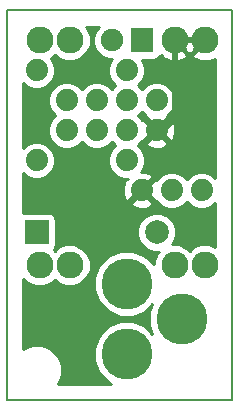
<source format=gbr>
%TF.GenerationSoftware,KiCad,Pcbnew,4.0.2+dfsg1-stable*%
%TF.CreationDate,2018-09-12T10:27:24+08:00*%
%TF.ProjectId,aircon board,616972636F6E20626F6172642E6B6963,rev?*%
%TF.FileFunction,Copper,L2,Bot,Signal*%
%FSLAX46Y46*%
G04 Gerber Fmt 4.6, Leading zero omitted, Abs format (unit mm)*
G04 Created by KiCad (PCBNEW 4.0.2+dfsg1-stable) date Wednesday, 12 September, 2018 10:27:24 AM +08*
%MOMM*%
G01*
G04 APERTURE LIST*
%ADD10C,2.000000*%
%ADD11C,0.150000*%
%ADD12C,1.998980*%
%ADD13R,1.998980X1.998980*%
%ADD14R,1.900000X2.000000*%
%ADD15C,1.900000*%
%ADD16C,1.879600*%
%ADD17C,4.318000*%
%ADD18C,2.286000*%
%ADD19C,0.500000*%
%ADD20C,0.254000*%
G04 APERTURE END LIST*
D10*
D11*
X158750000Y-99060000D02*
X158750000Y-66040000D01*
X177800000Y-99060000D02*
X158750000Y-99060000D01*
X177800000Y-66040000D02*
X177800000Y-99060000D01*
X158750000Y-66040000D02*
X177800000Y-66040000D01*
D12*
X171450000Y-84833460D03*
D13*
X161290000Y-84833460D03*
D14*
X170180000Y-68580000D03*
D15*
X167640000Y-68580000D03*
D16*
X163830000Y-76200000D03*
X163830000Y-73660000D03*
X166370000Y-76200000D03*
X166370000Y-73660000D03*
X168910000Y-76200000D03*
X168910000Y-73660000D03*
X171450000Y-76200000D03*
X171450000Y-73660000D03*
X161290000Y-71120000D03*
X168910000Y-71120000D03*
X168910000Y-78740000D03*
X161290000Y-78740000D03*
X170180000Y-81280000D03*
X172720000Y-81280000D03*
X175260000Y-81280000D03*
D17*
X168910000Y-95171260D03*
X173609000Y-92171520D03*
X168910000Y-89171780D03*
D18*
X175514000Y-68580000D03*
X172974000Y-68580000D03*
X164084000Y-68580000D03*
X161544000Y-68580000D03*
X161544000Y-87630000D03*
X164084000Y-87630000D03*
X172974000Y-87630000D03*
X175514000Y-87630000D03*
D19*
X172974000Y-68580000D02*
X175514000Y-68580000D01*
X171450000Y-76200000D02*
X171958000Y-76200000D01*
X171958000Y-76200000D02*
X172974000Y-75184000D01*
X172974000Y-75184000D02*
X172974000Y-68580000D01*
D20*
G36*
X166297086Y-67680997D02*
X166055276Y-68263341D01*
X166054725Y-68893893D01*
X166295519Y-69476657D01*
X166740997Y-69922914D01*
X167323341Y-70164724D01*
X167637620Y-70164999D01*
X167575728Y-70226783D01*
X167335474Y-70805379D01*
X167334927Y-71431873D01*
X167574171Y-72010887D01*
X167952896Y-72390273D01*
X167639727Y-72702896D01*
X167263217Y-72325728D01*
X166684621Y-72085474D01*
X166058127Y-72084927D01*
X165479113Y-72324171D01*
X165099727Y-72702896D01*
X164723217Y-72325728D01*
X164144621Y-72085474D01*
X163518127Y-72084927D01*
X162939113Y-72324171D01*
X162495728Y-72766783D01*
X162255474Y-73345379D01*
X162254927Y-73971873D01*
X162494171Y-74550887D01*
X162872896Y-74930273D01*
X162495728Y-75306783D01*
X162255474Y-75885379D01*
X162254927Y-76511873D01*
X162494171Y-77090887D01*
X162936783Y-77534272D01*
X163515379Y-77774526D01*
X164141873Y-77775073D01*
X164720887Y-77535829D01*
X165100273Y-77157104D01*
X165476783Y-77534272D01*
X166055379Y-77774526D01*
X166681873Y-77775073D01*
X167260887Y-77535829D01*
X167640273Y-77157104D01*
X167952896Y-77470273D01*
X167575728Y-77846783D01*
X167335474Y-78425379D01*
X167334927Y-79051873D01*
X167574171Y-79630887D01*
X168016783Y-80074272D01*
X168595379Y-80314526D01*
X169035302Y-80314910D01*
X169071030Y-80350638D01*
X168810420Y-80441923D01*
X168593955Y-81029833D01*
X168618951Y-81655828D01*
X168810420Y-82118077D01*
X169071032Y-82209363D01*
X170000395Y-81280000D01*
X169986253Y-81265858D01*
X170165858Y-81086253D01*
X170180000Y-81100395D01*
X171109363Y-80171032D01*
X171018077Y-79910420D01*
X170430167Y-79693955D01*
X170173147Y-79704218D01*
X170244272Y-79633217D01*
X170484526Y-79054621D01*
X170485073Y-78428127D01*
X170245829Y-77849113D01*
X169867104Y-77469727D01*
X170028143Y-77308968D01*
X170520637Y-77308968D01*
X170611923Y-77569580D01*
X171199833Y-77786045D01*
X171825828Y-77761049D01*
X172288077Y-77569580D01*
X172379363Y-77308968D01*
X171450000Y-76379605D01*
X170520637Y-77308968D01*
X170028143Y-77308968D01*
X170242601Y-77094885D01*
X170341032Y-77129363D01*
X171270395Y-76200000D01*
X171629605Y-76200000D01*
X172558968Y-77129363D01*
X172819580Y-77038077D01*
X173036045Y-76450167D01*
X173011049Y-75824172D01*
X172819580Y-75361923D01*
X172558968Y-75270637D01*
X171629605Y-76200000D01*
X171270395Y-76200000D01*
X170341032Y-75270637D01*
X170242036Y-75305313D01*
X169867104Y-74929727D01*
X170180273Y-74617104D01*
X170555115Y-74992601D01*
X170520637Y-75091032D01*
X171450000Y-76020395D01*
X172379363Y-75091032D01*
X172344687Y-74992036D01*
X172784272Y-74553217D01*
X173024526Y-73974621D01*
X173025073Y-73348127D01*
X172785829Y-72769113D01*
X172343217Y-72325728D01*
X171764621Y-72085474D01*
X171138127Y-72084927D01*
X170559113Y-72324171D01*
X170179727Y-72702896D01*
X169867104Y-72389727D01*
X170244272Y-72013217D01*
X170484526Y-71434621D01*
X170485073Y-70808127D01*
X170245829Y-70229113D01*
X170244159Y-70227440D01*
X171130000Y-70227440D01*
X171365317Y-70183162D01*
X171581441Y-70044090D01*
X171701769Y-69867983D01*
X171783697Y-69949911D01*
X171897643Y-69835965D01*
X172013806Y-70117658D01*
X172675333Y-70368062D01*
X173382329Y-70346249D01*
X173934194Y-70117658D01*
X174050358Y-69835963D01*
X172974000Y-68759605D01*
X172959858Y-68773748D01*
X172780253Y-68594143D01*
X172794395Y-68580000D01*
X172780253Y-68565858D01*
X172959858Y-68386253D01*
X172974000Y-68400395D01*
X172988143Y-68386253D01*
X173167748Y-68565858D01*
X173153605Y-68580000D01*
X173879144Y-69305539D01*
X173976342Y-69540194D01*
X174210262Y-69636657D01*
X174229963Y-69656358D01*
X174244000Y-69650569D01*
X174258037Y-69656358D01*
X174277738Y-69636657D01*
X174511658Y-69540194D01*
X174595379Y-69319016D01*
X175334395Y-68580000D01*
X175320253Y-68565858D01*
X175499858Y-68386253D01*
X175514000Y-68400395D01*
X175528143Y-68386253D01*
X175707748Y-68565858D01*
X175693605Y-68580000D01*
X175707748Y-68594143D01*
X175528143Y-68773748D01*
X175514000Y-68759605D01*
X174437642Y-69835963D01*
X174553806Y-70117658D01*
X175215333Y-70368062D01*
X175922329Y-70346249D01*
X176403000Y-70147148D01*
X176403000Y-80195947D01*
X176153217Y-79945728D01*
X175574621Y-79705474D01*
X174948127Y-79704927D01*
X174369113Y-79944171D01*
X173989727Y-80322896D01*
X173613217Y-79945728D01*
X173034621Y-79705474D01*
X172408127Y-79704927D01*
X171829113Y-79944171D01*
X171387399Y-80385115D01*
X171288968Y-80350637D01*
X170359605Y-81280000D01*
X171288968Y-82209363D01*
X171387964Y-82174687D01*
X171826783Y-82614272D01*
X172405379Y-82854526D01*
X173031873Y-82855073D01*
X173610887Y-82615829D01*
X173990273Y-82237104D01*
X174366783Y-82614272D01*
X174945379Y-82854526D01*
X175571873Y-82855073D01*
X176150887Y-82615829D01*
X176403000Y-82364156D01*
X176403000Y-86073955D01*
X175869218Y-85852309D01*
X175161886Y-85851692D01*
X174508160Y-86121806D01*
X174243978Y-86385528D01*
X173982471Y-86123564D01*
X173329218Y-85852309D01*
X172743422Y-85851798D01*
X172834846Y-85760533D01*
X173084206Y-85160007D01*
X173084774Y-84509766D01*
X172836462Y-83908805D01*
X172377073Y-83448614D01*
X171776547Y-83199254D01*
X171126306Y-83198686D01*
X170525345Y-83446998D01*
X170065154Y-83906387D01*
X169815794Y-84506913D01*
X169815226Y-85157154D01*
X170063538Y-85758115D01*
X170522927Y-86218306D01*
X171123453Y-86467666D01*
X171621260Y-86468101D01*
X171467564Y-86621529D01*
X171196309Y-87274782D01*
X171196106Y-87507115D01*
X170494740Y-86804523D01*
X169468199Y-86378266D01*
X168356677Y-86377296D01*
X167329394Y-86801761D01*
X166542743Y-87587040D01*
X166116486Y-88613581D01*
X166115516Y-89725103D01*
X166539981Y-90752386D01*
X167325260Y-91539037D01*
X168351801Y-91965294D01*
X169463323Y-91966264D01*
X170490606Y-91541799D01*
X171096218Y-90937243D01*
X170815486Y-91613321D01*
X170814516Y-92724843D01*
X171096161Y-93406474D01*
X170494740Y-92804003D01*
X169468199Y-92377746D01*
X168356677Y-92376776D01*
X167329394Y-92801241D01*
X166542743Y-93586520D01*
X166116486Y-94613061D01*
X166115516Y-95724583D01*
X166539981Y-96751866D01*
X167325260Y-97538517D01*
X167625048Y-97663000D01*
X163127128Y-97663000D01*
X163424628Y-96946541D01*
X163425370Y-96097185D01*
X163101020Y-95312200D01*
X162500959Y-94711091D01*
X161716541Y-94385372D01*
X160867185Y-94384630D01*
X160147000Y-94682205D01*
X160147000Y-88747228D01*
X160535529Y-89136436D01*
X161188782Y-89407691D01*
X161896114Y-89408308D01*
X162549840Y-89138194D01*
X162814022Y-88874472D01*
X163075529Y-89136436D01*
X163728782Y-89407691D01*
X164436114Y-89408308D01*
X165089840Y-89138194D01*
X165590436Y-88638471D01*
X165861691Y-87985218D01*
X165862308Y-87277886D01*
X165592194Y-86624160D01*
X165092471Y-86123564D01*
X164439218Y-85852309D01*
X163731886Y-85851692D01*
X163078160Y-86121806D01*
X162813978Y-86385528D01*
X162731623Y-86303029D01*
X162740931Y-86297040D01*
X162885921Y-86084840D01*
X162936930Y-85832950D01*
X162936930Y-83833970D01*
X162892652Y-83598653D01*
X162753580Y-83382529D01*
X162541380Y-83237539D01*
X162289490Y-83186530D01*
X160290510Y-83186530D01*
X160147000Y-83213533D01*
X160147000Y-82388968D01*
X169250637Y-82388968D01*
X169341923Y-82649580D01*
X169929833Y-82866045D01*
X170555828Y-82841049D01*
X171018077Y-82649580D01*
X171109363Y-82388968D01*
X170180000Y-81459605D01*
X169250637Y-82388968D01*
X160147000Y-82388968D01*
X160147000Y-79824053D01*
X160396783Y-80074272D01*
X160975379Y-80314526D01*
X161601873Y-80315073D01*
X162180887Y-80075829D01*
X162624272Y-79633217D01*
X162864526Y-79054621D01*
X162865073Y-78428127D01*
X162625829Y-77849113D01*
X162183217Y-77405728D01*
X161604621Y-77165474D01*
X160978127Y-77164927D01*
X160399113Y-77404171D01*
X160147000Y-77655844D01*
X160147000Y-72204053D01*
X160396783Y-72454272D01*
X160975379Y-72694526D01*
X161601873Y-72695073D01*
X162180887Y-72455829D01*
X162624272Y-72013217D01*
X162864526Y-71434621D01*
X162865073Y-70808127D01*
X162625829Y-70229113D01*
X162504045Y-70107116D01*
X162549840Y-70088194D01*
X162814022Y-69824472D01*
X163075529Y-70086436D01*
X163728782Y-70357691D01*
X164436114Y-70358308D01*
X165089840Y-70088194D01*
X165590436Y-69588471D01*
X165861691Y-68935218D01*
X165862308Y-68227886D01*
X165592194Y-67574160D01*
X165455273Y-67437000D01*
X166541510Y-67437000D01*
X166297086Y-67680997D01*
X166297086Y-67680997D01*
G37*
X166297086Y-67680997D02*
X166055276Y-68263341D01*
X166054725Y-68893893D01*
X166295519Y-69476657D01*
X166740997Y-69922914D01*
X167323341Y-70164724D01*
X167637620Y-70164999D01*
X167575728Y-70226783D01*
X167335474Y-70805379D01*
X167334927Y-71431873D01*
X167574171Y-72010887D01*
X167952896Y-72390273D01*
X167639727Y-72702896D01*
X167263217Y-72325728D01*
X166684621Y-72085474D01*
X166058127Y-72084927D01*
X165479113Y-72324171D01*
X165099727Y-72702896D01*
X164723217Y-72325728D01*
X164144621Y-72085474D01*
X163518127Y-72084927D01*
X162939113Y-72324171D01*
X162495728Y-72766783D01*
X162255474Y-73345379D01*
X162254927Y-73971873D01*
X162494171Y-74550887D01*
X162872896Y-74930273D01*
X162495728Y-75306783D01*
X162255474Y-75885379D01*
X162254927Y-76511873D01*
X162494171Y-77090887D01*
X162936783Y-77534272D01*
X163515379Y-77774526D01*
X164141873Y-77775073D01*
X164720887Y-77535829D01*
X165100273Y-77157104D01*
X165476783Y-77534272D01*
X166055379Y-77774526D01*
X166681873Y-77775073D01*
X167260887Y-77535829D01*
X167640273Y-77157104D01*
X167952896Y-77470273D01*
X167575728Y-77846783D01*
X167335474Y-78425379D01*
X167334927Y-79051873D01*
X167574171Y-79630887D01*
X168016783Y-80074272D01*
X168595379Y-80314526D01*
X169035302Y-80314910D01*
X169071030Y-80350638D01*
X168810420Y-80441923D01*
X168593955Y-81029833D01*
X168618951Y-81655828D01*
X168810420Y-82118077D01*
X169071032Y-82209363D01*
X170000395Y-81280000D01*
X169986253Y-81265858D01*
X170165858Y-81086253D01*
X170180000Y-81100395D01*
X171109363Y-80171032D01*
X171018077Y-79910420D01*
X170430167Y-79693955D01*
X170173147Y-79704218D01*
X170244272Y-79633217D01*
X170484526Y-79054621D01*
X170485073Y-78428127D01*
X170245829Y-77849113D01*
X169867104Y-77469727D01*
X170028143Y-77308968D01*
X170520637Y-77308968D01*
X170611923Y-77569580D01*
X171199833Y-77786045D01*
X171825828Y-77761049D01*
X172288077Y-77569580D01*
X172379363Y-77308968D01*
X171450000Y-76379605D01*
X170520637Y-77308968D01*
X170028143Y-77308968D01*
X170242601Y-77094885D01*
X170341032Y-77129363D01*
X171270395Y-76200000D01*
X171629605Y-76200000D01*
X172558968Y-77129363D01*
X172819580Y-77038077D01*
X173036045Y-76450167D01*
X173011049Y-75824172D01*
X172819580Y-75361923D01*
X172558968Y-75270637D01*
X171629605Y-76200000D01*
X171270395Y-76200000D01*
X170341032Y-75270637D01*
X170242036Y-75305313D01*
X169867104Y-74929727D01*
X170180273Y-74617104D01*
X170555115Y-74992601D01*
X170520637Y-75091032D01*
X171450000Y-76020395D01*
X172379363Y-75091032D01*
X172344687Y-74992036D01*
X172784272Y-74553217D01*
X173024526Y-73974621D01*
X173025073Y-73348127D01*
X172785829Y-72769113D01*
X172343217Y-72325728D01*
X171764621Y-72085474D01*
X171138127Y-72084927D01*
X170559113Y-72324171D01*
X170179727Y-72702896D01*
X169867104Y-72389727D01*
X170244272Y-72013217D01*
X170484526Y-71434621D01*
X170485073Y-70808127D01*
X170245829Y-70229113D01*
X170244159Y-70227440D01*
X171130000Y-70227440D01*
X171365317Y-70183162D01*
X171581441Y-70044090D01*
X171701769Y-69867983D01*
X171783697Y-69949911D01*
X171897643Y-69835965D01*
X172013806Y-70117658D01*
X172675333Y-70368062D01*
X173382329Y-70346249D01*
X173934194Y-70117658D01*
X174050358Y-69835963D01*
X172974000Y-68759605D01*
X172959858Y-68773748D01*
X172780253Y-68594143D01*
X172794395Y-68580000D01*
X172780253Y-68565858D01*
X172959858Y-68386253D01*
X172974000Y-68400395D01*
X172988143Y-68386253D01*
X173167748Y-68565858D01*
X173153605Y-68580000D01*
X173879144Y-69305539D01*
X173976342Y-69540194D01*
X174210262Y-69636657D01*
X174229963Y-69656358D01*
X174244000Y-69650569D01*
X174258037Y-69656358D01*
X174277738Y-69636657D01*
X174511658Y-69540194D01*
X174595379Y-69319016D01*
X175334395Y-68580000D01*
X175320253Y-68565858D01*
X175499858Y-68386253D01*
X175514000Y-68400395D01*
X175528143Y-68386253D01*
X175707748Y-68565858D01*
X175693605Y-68580000D01*
X175707748Y-68594143D01*
X175528143Y-68773748D01*
X175514000Y-68759605D01*
X174437642Y-69835963D01*
X174553806Y-70117658D01*
X175215333Y-70368062D01*
X175922329Y-70346249D01*
X176403000Y-70147148D01*
X176403000Y-80195947D01*
X176153217Y-79945728D01*
X175574621Y-79705474D01*
X174948127Y-79704927D01*
X174369113Y-79944171D01*
X173989727Y-80322896D01*
X173613217Y-79945728D01*
X173034621Y-79705474D01*
X172408127Y-79704927D01*
X171829113Y-79944171D01*
X171387399Y-80385115D01*
X171288968Y-80350637D01*
X170359605Y-81280000D01*
X171288968Y-82209363D01*
X171387964Y-82174687D01*
X171826783Y-82614272D01*
X172405379Y-82854526D01*
X173031873Y-82855073D01*
X173610887Y-82615829D01*
X173990273Y-82237104D01*
X174366783Y-82614272D01*
X174945379Y-82854526D01*
X175571873Y-82855073D01*
X176150887Y-82615829D01*
X176403000Y-82364156D01*
X176403000Y-86073955D01*
X175869218Y-85852309D01*
X175161886Y-85851692D01*
X174508160Y-86121806D01*
X174243978Y-86385528D01*
X173982471Y-86123564D01*
X173329218Y-85852309D01*
X172743422Y-85851798D01*
X172834846Y-85760533D01*
X173084206Y-85160007D01*
X173084774Y-84509766D01*
X172836462Y-83908805D01*
X172377073Y-83448614D01*
X171776547Y-83199254D01*
X171126306Y-83198686D01*
X170525345Y-83446998D01*
X170065154Y-83906387D01*
X169815794Y-84506913D01*
X169815226Y-85157154D01*
X170063538Y-85758115D01*
X170522927Y-86218306D01*
X171123453Y-86467666D01*
X171621260Y-86468101D01*
X171467564Y-86621529D01*
X171196309Y-87274782D01*
X171196106Y-87507115D01*
X170494740Y-86804523D01*
X169468199Y-86378266D01*
X168356677Y-86377296D01*
X167329394Y-86801761D01*
X166542743Y-87587040D01*
X166116486Y-88613581D01*
X166115516Y-89725103D01*
X166539981Y-90752386D01*
X167325260Y-91539037D01*
X168351801Y-91965294D01*
X169463323Y-91966264D01*
X170490606Y-91541799D01*
X171096218Y-90937243D01*
X170815486Y-91613321D01*
X170814516Y-92724843D01*
X171096161Y-93406474D01*
X170494740Y-92804003D01*
X169468199Y-92377746D01*
X168356677Y-92376776D01*
X167329394Y-92801241D01*
X166542743Y-93586520D01*
X166116486Y-94613061D01*
X166115516Y-95724583D01*
X166539981Y-96751866D01*
X167325260Y-97538517D01*
X167625048Y-97663000D01*
X163127128Y-97663000D01*
X163424628Y-96946541D01*
X163425370Y-96097185D01*
X163101020Y-95312200D01*
X162500959Y-94711091D01*
X161716541Y-94385372D01*
X160867185Y-94384630D01*
X160147000Y-94682205D01*
X160147000Y-88747228D01*
X160535529Y-89136436D01*
X161188782Y-89407691D01*
X161896114Y-89408308D01*
X162549840Y-89138194D01*
X162814022Y-88874472D01*
X163075529Y-89136436D01*
X163728782Y-89407691D01*
X164436114Y-89408308D01*
X165089840Y-89138194D01*
X165590436Y-88638471D01*
X165861691Y-87985218D01*
X165862308Y-87277886D01*
X165592194Y-86624160D01*
X165092471Y-86123564D01*
X164439218Y-85852309D01*
X163731886Y-85851692D01*
X163078160Y-86121806D01*
X162813978Y-86385528D01*
X162731623Y-86303029D01*
X162740931Y-86297040D01*
X162885921Y-86084840D01*
X162936930Y-85832950D01*
X162936930Y-83833970D01*
X162892652Y-83598653D01*
X162753580Y-83382529D01*
X162541380Y-83237539D01*
X162289490Y-83186530D01*
X160290510Y-83186530D01*
X160147000Y-83213533D01*
X160147000Y-82388968D01*
X169250637Y-82388968D01*
X169341923Y-82649580D01*
X169929833Y-82866045D01*
X170555828Y-82841049D01*
X171018077Y-82649580D01*
X171109363Y-82388968D01*
X170180000Y-81459605D01*
X169250637Y-82388968D01*
X160147000Y-82388968D01*
X160147000Y-79824053D01*
X160396783Y-80074272D01*
X160975379Y-80314526D01*
X161601873Y-80315073D01*
X162180887Y-80075829D01*
X162624272Y-79633217D01*
X162864526Y-79054621D01*
X162865073Y-78428127D01*
X162625829Y-77849113D01*
X162183217Y-77405728D01*
X161604621Y-77165474D01*
X160978127Y-77164927D01*
X160399113Y-77404171D01*
X160147000Y-77655844D01*
X160147000Y-72204053D01*
X160396783Y-72454272D01*
X160975379Y-72694526D01*
X161601873Y-72695073D01*
X162180887Y-72455829D01*
X162624272Y-72013217D01*
X162864526Y-71434621D01*
X162865073Y-70808127D01*
X162625829Y-70229113D01*
X162504045Y-70107116D01*
X162549840Y-70088194D01*
X162814022Y-69824472D01*
X163075529Y-70086436D01*
X163728782Y-70357691D01*
X164436114Y-70358308D01*
X165089840Y-70088194D01*
X165590436Y-69588471D01*
X165861691Y-68935218D01*
X165862308Y-68227886D01*
X165592194Y-67574160D01*
X165455273Y-67437000D01*
X166541510Y-67437000D01*
X166297086Y-67680997D01*
M02*

</source>
